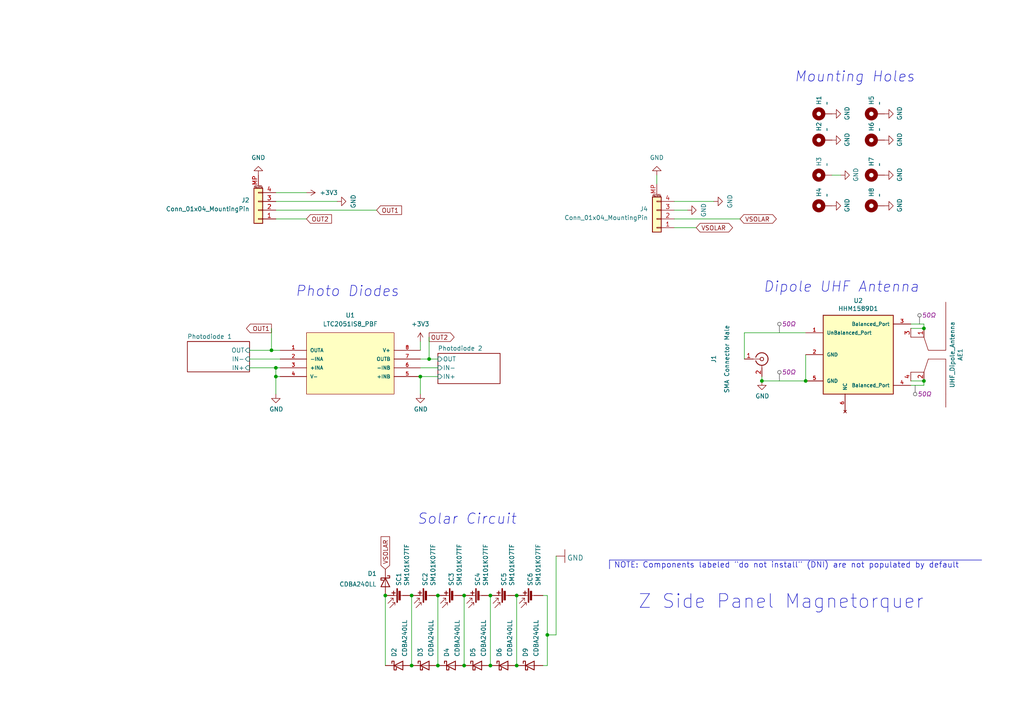
<source format=kicad_sch>
(kicad_sch (version 20230121) (generator eeschema)
  (paper "A4")
  (lib_symbols
    (symbol "Connector:Conn_Coaxial" (pin_names (offset 1.016) hide)
      (property "Reference" "J" (at 0.254 3.048 0))
      (property "Value" "Conn_Coaxial" (at 2.921 0 90))
      (symbol "Conn_Coaxial_0_1"
        (arc (start -1.778 -0.508) (mid 0.2311 -1.8066) (end 1.778 0) (stroke (width 0.254)))
        (polyline (pts (xy -2.54 0) (xy -0.508 0)))
        (polyline (pts (xy 0 -2.54) (xy 0 -1.778)))
        (circle (center 0 0) (radius 0.508) (stroke (width 0.2032)))
        (arc (start 1.778 0) (mid 0.2099 1.8101) (end -1.778 0.508) (stroke (width 0.254)))
      )
      (symbol "Conn_Coaxial_1_1"
        (pin passive line (at -5.08 0 0) (length 2.54) (name "In") (number "1"))
        (pin passive line (at 0 -5.08 90) (length 2.54) (name "Ext") (number "2"))
      )
    )
    (symbol "Connector_Generic_MountingPin:Conn_01x04_MountingPin" (pin_names (offset 1.016) hide)
      (property "Reference" "J" (at 0 5.08 0))
      (property "Value" "Conn_01x04_MountingPin" (at 1.27 -7.62 0))
      (symbol "Conn_01x04_MountingPin_1_1"
        (rectangle (start -1.27 -4.953) (end 0 -5.207) (stroke (width 0.1524)))
        (rectangle (start -1.27 -2.413) (end 0 -2.667) (stroke (width 0.1524)))
        (rectangle (start -1.27 0.127) (end 0 -0.127) (stroke (width 0.1524)))
        (rectangle (start -1.27 2.667) (end 0 2.413) (stroke (width 0.1524)))
        (rectangle (start -1.27 3.81) (end 1.27 -6.35) (stroke (width 0.254)) (fill (type background)))
        (polyline (pts (xy -1.016 -7.112) (xy 1.016 -7.112)) (stroke (width 0.1524)))
        (text "Mounting" (at 0 -6.731 0) (effects (font (size 0.381 0.381))))
        (pin passive line (at -5.08 2.54 0) (length 3.81) (name "Pin_1") (number "1"))
        (pin passive line (at -5.08 0 0) (length 3.81) (name "Pin_2") (number "2"))
        (pin passive line (at -5.08 -2.54 0) (length 3.81) (name "Pin_3") (number "3"))
        (pin passive line (at -5.08 -5.08 0) (length 3.81) (name "Pin_4") (number "4"))
        (pin passive line (at 0 -10.16 90) (length 3.048) (name "MountPin") (number "MP"))
      )
    )
    (symbol "Mechanical:MountingHole_Pad" (pin_numbers hide) (pin_names (offset 1.016) hide)
      (property "Reference" "H" (at 0 6.35 0))
      (property "Value" "MountingHole_Pad" (at 0 4.445 0))
      (symbol "MountingHole_Pad_0_1"
        (circle (center 0 1.27) (radius 1.27) (stroke (width 1.27)))
      )
      (symbol "MountingHole_Pad_1_1"
        (pin input line (at 0 -2.54 90) (length 2.54) (name "1") (number "1"))
      )
    )
    (symbol "mainboard:GND" (power) (pin_names (offset 1.016))
      (property "Value" "GND" (at -2.54 -2.54 0))
      (symbol "GND_1_0"
        (polyline (pts (xy -1.905 0) (xy 1.905 0)))
        (pin power_in line (at 0 2.54 270) (length 2.54) (name "GND") (number "1"))
      )
    )
    (symbol "power:+3V3" (power) (pin_names (offset 0))
      (property "Value" "+3V3" (at 0 3.556 0))
      (symbol "+3V3_0_1"
        (polyline (pts (xy -0.762 1.27) (xy 0 2.54)))
        (polyline (pts (xy 0 0) (xy 0 2.54)))
        (polyline (pts (xy 0 2.54) (xy 0.762 1.27)))
      )
      (symbol "+3V3_1_1"
        (pin power_in line (at 0 0 90) (length 0) hide (name "+3V3") (number "1"))
      )
    )
    (symbol "power:GND" (power) (pin_names (offset 0))
      (property "Value" "GND" (at 0 -3.81 0))
      (symbol "GND_0_1"
        (polyline (pts (xy 0 0) (xy 0 -1.27) (xy 1.27 -1.27) (xy 0 -2.54) (xy -1.27 -1.27) (xy 0 -1.27)))
      )
      (symbol "GND_1_1"
        (pin power_in line (at 0 0 270) (length 0) hide (name "GND") (number "1"))
      )
    )
    (symbol "sidepanels:CDBA240LL-HF" (pin_numbers hide) (pin_names (offset 1.016) hide)
      (property "Reference" "D" (at 0 2.54 0))
      (property "Value" "CDBA240LL-HF" (at 0 -2.54 0))
      (symbol "CDBA240LL-HF_0_1"
        (polyline (pts (xy 1.27 0) (xy -1.27 0)))
        (polyline (pts (xy 1.27 1.27) (xy 1.27 -1.27) (xy -1.27 0) (xy 1.27 1.27)) (stroke (width 0.254)))
        (polyline (pts (xy -1.905 0.635) (xy -1.905 1.27) (xy -1.27 1.27) (xy -1.27 -1.27) (xy -0.635 -1.27) (xy -0.635 -0.635)) (stroke (width 0.254)))
      )
      (symbol "CDBA240LL-HF_1_1"
        (pin passive line (at -3.81 0 0) (length 2.54) (name "K") (number "1"))
        (pin passive line (at 3.81 0 180) (length 2.54) (name "A") (number "2"))
      )
    )
    (symbol "sidepanels:HHM1589D1" (pin_names (offset 1.016))
      (property "Reference" "U" (at 0 0 0))
      (property "Value" "HHM1589D1" (at 0 2.54 0))
      (symbol "HHM1589D1_1_1"
        (rectangle (start -10.16 -25.4) (end 10.16 -2.54) (stroke (width 0.254)) (fill (type background)))
        (pin bidirectional line (at -15.24 -7.62 0) (length 5.08) (name "UnBalanced_Port") (number "1"))
        (pin power_in line (at -15.24 -13.97 0) (length 5.08) (name "GND") (number "2"))
        (pin bidirectional line (at 15.24 -5.08 180) (length 5.08) (name "Balanced_Port") (number "3"))
        (pin bidirectional line (at 15.24 -22.86 180) (length 5.08) (name "Balanced_Port") (number "4"))
        (pin power_in line (at -15.24 -21.59 0) (length 5.08) (name "GND") (number "5"))
        (pin no_connect line (at -3.81 -30.48 90) (length 5.08) (name "NC") (number "6"))
      )
    )
    (symbol "sidepanels:LTC2051IS8_PBF" (pin_names (offset 1.016))
      (property "Reference" "U2" (at 20.32 10.16 0))
      (property "Value" "LTC2051IS8_PBF" (at 20.32 7.62 0))
      (symbol "LTC2051IS8_PBF_0_0"
        (rectangle (start 7.62 5.08) (end 33.02 -12.7) (stroke (width 0.1524)) (fill (type background)))
        (pin output line (at 0 0 0) (length 7.62) (name "OUTA") (number "1"))
        (pin input line (at 0 -2.54 0) (length 7.62) (name "-INA") (number "2"))
        (pin input line (at 0 -5.08 0) (length 7.62) (name "+INA") (number "3"))
        (pin power_in line (at 0 -7.62 0) (length 7.62) (name "V-") (number "4"))
        (pin input line (at 40.64 -7.62 180) (length 7.62) (name "+INB") (number "5"))
        (pin input line (at 40.64 -5.08 180) (length 7.62) (name "-INB") (number "6"))
        (pin output line (at 40.64 -2.54 180) (length 7.62) (name "OUTB") (number "7"))
        (pin power_in line (at 40.64 0 180) (length 7.62) (name "V+") (number "8"))
      )
    )
    (symbol "sidepanels:SM101K07TF" (pin_numbers hide) (pin_names (offset 0) hide)
      (property "Reference" "SC" (at 2.54 2.54 0))
      (property "Value" "SM101K07TF" (at 2.54 0 0))
      (symbol "SM101K07TF_0_1"
        (rectangle (start -2.032 1.778) (end 2.032 1.524) (fill (type outline)))
        (rectangle (start -1.3208 1.1938) (end 1.27 0.6858) (fill (type outline)))
        (polyline (pts (xy -2.032 2.286) (xy -3.556 3.81)))
        (polyline (pts (xy -0.762 2.794) (xy -2.286 4.318)))
        (polyline (pts (xy 0 0.762) (xy 0 0)))
        (polyline (pts (xy 0 1.778) (xy 0 2.54)))
        (polyline (pts (xy 0.254 2.667) (xy 1.27 2.667)) (stroke (width 0.254)))
        (polyline (pts (xy 0.762 3.175) (xy 0.762 2.159)) (stroke (width 0.254)))
        (polyline (pts (xy -2.032 3.048) (xy -2.032 2.286) (xy -2.794 2.286)))
        (polyline (pts (xy -0.762 3.556) (xy -0.762 2.794) (xy -1.524 2.794)))
      )
      (symbol "SM101K07TF_1_1"
        (pin passive line (at 0 5.08 270) (length 2.54) (name "+") (number "1"))
        (pin passive line (at 0 -2.54 90) (length 2.54) (name "-") (number "2"))
      )
    )
    (symbol "sidepanels:UHF_Dipole_Antenna" (pin_names (offset 1.016))
      (property "Reference" "AE1" (at 0 5.461 0))
      (property "Value" "UHF_Dipole_Antenna" (at 0 3.1496 0))
      (symbol "UHF_Dipole_Antenna_0_1"
        (polyline (pts (xy -5.08 -8.89) (xy -5.08 -5.08)))
        (polyline (pts (xy 1.27 -3.81) (xy 5.08 -5.08)))
        (polyline (pts (xy 5.08 -8.89) (xy 5.08 -5.08)))
        (polyline (pts (xy 11.43 1.27) (xy 13.97 1.27)))
        (polyline (pts (xy 13.97 1.27) (xy 15.24 1.27)))
        (polyline (pts (xy 1.27 -3.81) (xy 1.27 1.27) (xy 11.43 1.27)))
        (polyline (pts (xy -15.24 1.27) (xy -1.27 1.27) (xy -1.27 -3.81) (xy -5.08 -5.08)))
      )
      (symbol "UHF_Dipole_Antenna_1_1"
        (pin passive line (at -7.62 -5.08 0) (length 2.54) (name "~") (number "1"))
        (pin passive line (at 7.62 -5.08 180) (length 2.54) (name "~") (number "2"))
        (pin passive line (at -7.62 -8.89 0) (length 2.54) (name "") (number "3"))
        (pin passive line (at 7.62 -8.89 180) (length 2.54) (name "") (number "4"))
      )
    )
  )
  (junction (at 267.97 110.49))
  (junction (at 80.01 106.68))
  (junction (at 119.38 172.72))
  (junction (at 80.01 109.22))
  (junction (at 127 193.04))
  (junction (at 134.62 193.04))
  (junction (at 78.74 101.6))
  (junction (at 134.62 172.72))
  (junction (at 124.46 104.14))
  (junction (at 220.98 110.49))
  (junction (at 119.38 193.04))
  (junction (at 127 172.72))
  (junction (at 233.68 110.49))
  (junction (at 111.76 172.72))
  (junction (at 142.24 193.04))
  (junction (at 267.97 95.25))
  (junction (at 149.86 172.72))
  (junction (at 142.24 172.72))
  (junction (at 149.86 193.04))
  (junction (at 158.75 184.15))
  (junction (at 121.92 109.22))
  (wire (pts (xy 121.92 99.06) (xy 121.92 101.6)))
  (wire (pts (xy 80.01 63.5) (xy 88.9 63.5)))
  (wire (pts (xy 220.98 109.22) (xy 220.98 110.49)))
  (wire (pts (xy 158.75 184.15) (xy 158.75 193.04)))
  (wire (pts (xy 124.46 104.14) (xy 127 104.14)))
  (wire (pts (xy 78.74 101.6) (xy 81.28 101.6)))
  (wire (pts (xy 124.46 97.79) (xy 124.46 104.14)))
  (wire (pts (xy 80.01 58.42) (xy 97.79 58.42)))
  (wire (pts (xy 241.3 50.8) (xy 243.84 50.8)))
  (wire (pts (xy 157.48 172.72) (xy 158.75 172.72)))
  (wire (pts (xy 121.92 106.68) (xy 127 106.68)))
  (wire (pts (xy 264.16 95.25) (xy 267.97 95.25)))
  (wire (pts (xy 190.5 50.8) (xy 190.5 53.34)))
  (wire (pts (xy 157.48 193.04) (xy 158.75 193.04)))
  (wire (pts (xy 195.58 60.96) (xy 199.39 60.96)))
  (wire (pts (xy 111.76 172.72) (xy 111.76 193.04)))
  (wire (pts (xy 267.97 111.76) (xy 267.97 110.49)))
  (polyline (pts (xy 176.784 162.433) (xy 284.734 162.433)))
  (wire (pts (xy 72.39 106.68) (xy 80.01 106.68)))
  (wire (pts (xy 121.92 104.14) (xy 124.46 104.14)))
  (wire (pts (xy 161.29 184.15) (xy 161.29 161.29)))
  (wire (pts (xy 267.97 93.98) (xy 267.97 95.25)))
  (wire (pts (xy 195.58 63.5) (xy 214.63 63.5)))
  (wire (pts (xy 149.86 172.72) (xy 149.86 193.04)))
  (wire (pts (xy 233.68 110.49) (xy 233.68 102.87)))
  (wire (pts (xy 264.16 111.76) (xy 267.97 111.76)))
  (wire (pts (xy 78.74 95.25) (xy 78.74 101.6)))
  (wire (pts (xy 134.62 172.72) (xy 134.62 193.04)))
  (wire (pts (xy 127 172.72) (xy 127 193.04)))
  (wire (pts (xy 121.92 109.22) (xy 127 109.22)))
  (wire (pts (xy 264.16 93.98) (xy 267.97 93.98)))
  (wire (pts (xy 80.01 55.88) (xy 88.9 55.88)))
  (wire (pts (xy 195.58 66.04) (xy 201.93 66.04)))
  (wire (pts (xy 121.92 109.22) (xy 121.92 114.3)))
  (wire (pts (xy 72.39 101.6) (xy 78.74 101.6)))
  (wire (pts (xy 80.01 109.22) (xy 80.01 114.3)))
  (wire (pts (xy 119.38 172.72) (xy 119.38 193.04)))
  (wire (pts (xy 220.98 110.49) (xy 233.68 110.49)))
  (wire (pts (xy 158.75 184.15) (xy 158.75 172.72)))
  (wire (pts (xy 80.01 106.68) (xy 80.01 109.22)))
  (wire (pts (xy 80.01 60.96) (xy 109.22 60.96)))
  (wire (pts (xy 264.16 110.49) (xy 267.97 110.49)))
  (wire (pts (xy 195.58 58.42) (xy 207.01 58.42)))
  (wire (pts (xy 233.68 96.52) (xy 215.9 96.52)))
  (wire (pts (xy 215.9 104.14) (xy 215.9 96.52)))
  (wire (pts (xy 158.75 184.15) (xy 161.29 184.15)))
  (wire (pts (xy 80.01 109.22) (xy 81.28 109.22)))
  (wire (pts (xy 80.01 106.68) (xy 81.28 106.68)))
  (wire (pts (xy 142.24 172.72) (xy 142.24 193.04)))
  (polyline (pts (xy 176.784 164.973) (xy 176.784 162.433)))
  (wire (pts (xy 72.39 104.14) (xy 81.28 104.14)))
  (text "NOTE: Components labeled \"do not install\" (DNI) are not populated by default" (at 178.054 164.973 0) (effects (font (size 1.651 1.651)) (justify left bottom)))
  (text "Solar Circuit" (at 149.86 152.4 0) (effects (font (size 3 3) italic) (justify right bottom)))
  (text "Z Side Panel Magnetorquer" (at 185.039 176.911 0) (effects (font (size 4 4)) (justify left bottom)))
  (text "Photo Diodes " (at 118.11 86.36 0) (effects (font (size 3 3) italic) (justify right bottom)))
  (text "Dipole UHF Antenna" (at 266.7 85.09 0) (effects (font (size 3 3) italic) (justify right bottom)))
  (text "Mounting Holes" (at 265.43 24.13 0) (effects (font (size 3 3) italic) (justify right bottom)))
  (global_label "OUT2" (shape output) (at 124.46 97.79 0) (property "Intersheetrefs" "${INTERSHEET_REFS}" (effects hide)))
  (global_label "VSOLAR" (shape input) (at 111.76 165.1 90) (property "Intersheetrefs" "${INTERSHEET_REFS}" (effects hide)))
  (global_label "VSOLAR" (shape bidirectional) (at 201.93 66.04 0) (property "Intersheetrefs" "${INTERSHEET_REFS}" (effects hide)))
  (global_label "OUT1" (shape input) (at 109.22 60.96 0) (property "Intersheetrefs" "${INTERSHEET_REFS}" (effects hide)))
  (global_label "OUT1" (shape output) (at 78.74 95.25 180) (property "Intersheetrefs" "${INTERSHEET_REFS}" (effects hide)))
  (global_label "OUT2" (shape input) (at 88.9 63.5 0) (property "Intersheetrefs" "${INTERSHEET_REFS}" (effects hide)))
  (global_label "VSOLAR" (shape bidirectional) (at 214.63 63.5 0) (property "Intersheetrefs" "${INTERSHEET_REFS}" (effects hide)))
  (netclass_flag "" (length 2.54) (shape round) (at 226.06 96.52 0) (property "Netclass" "50Ω" (at 226.7585 93.98 0) (effects (font italic) (justify left))))
  (netclass_flag "" (length 2.54) (shape round) (at 226.06 110.49 0) (property "Netclass" "50Ω" (at 226.7585 107.95 0) (effects (font italic) (justify left))))
  (netclass_flag "" (length 2.54) (shape round) (at 266.7 93.98 0) (property "Netclass" "50Ω" (at 267.3985 91.44 0) (effects (font italic) (justify left))))
  (netclass_flag "" (length 2.54) (shape round) (at 265.43 111.76 180) (property "Netclass" "50Ω" (at 266.1285 114.3 0) (effects (font italic) (justify left))))
  (symbol (lib_id "Mechanical:MountingHole_Pad") (at 238.76 40.64 90) (unit 1) (in_bom no)
    (property "Reference" "H2" (at 237.5154 38.1 0) (effects (justify left)))
    (property "Value" "~" (at 239.8268 38.1 0) (effects (justify left)))
    (property "Footprint" "MountingHole:MountingHole_2.2mm_M2_DIN965_Pad_TopBottom" (effects hide))
  )
  (symbol (lib_id "sidepanels:SM101K07TF") (at 132.08 172.72 90) (unit 1)
    (property "Reference" "SC3" (at 130.9116 169.9768 0) (effects (justify left)))
    (property "Value" "SM101K07TF" (at 133.223 169.9768 0) (effects (justify left)))
    (property "Footprint" "panels:SM101K07TF" (effects hide))
  )
  (symbol (lib_id "sidepanels:CDBA240LL-HF") (at 111.76 168.91 270) (unit 1)
    (property "Reference" "D1" (at 107.95 166.37 90))
    (property "Value" "CDBA240LL" (at 109.22 170.18 90) (effects (justify right bottom)))
    (property "Footprint" "panels:DO-214AC" (effects hide))
  )
  (symbol (lib_id "sidepanels:SM101K07TF") (at 139.7 172.72 90) (unit 1)
    (property "Reference" "SC4" (at 138.5316 169.9768 0) (effects (justify left)))
    (property "Value" "SM101K07TF" (at 140.843 169.9768 0) (effects (justify left)))
    (property "Footprint" "panels:SM101K07TF" (effects hide))
  )
  (symbol (lib_id "power:GND") (at 121.92 114.3 0) (unit 1)
    (property "Reference" "#PWR03" (effects hide))
    (property "Value" "~" (at 122.047 118.6942 0))
  )
  (symbol (lib_id "power:GND") (at 74.93 50.8 180) (unit 1)
    (property "Reference" "#PWR018" (effects hide))
    (property "Value" "GND" (at 74.93 45.72 0))
  )
  (symbol (lib_id "Connector_Generic_MountingPin:Conn_01x04_MountingPin") (at 190.5 63.5 180) (unit 1)
    (property "Reference" "J4" (at 187.96 60.6044 0) (effects (justify left)))
    (property "Value" "Conn_01x04_MountingPin" (at 187.96 63.1444 0) (effects (justify left)))
    (property "Footprint" "panels:CON_2053380004" (effects hide))
  )
  (symbol (lib_id "power:GND") (at 97.79 58.42 90) (unit 1)
    (property "Reference" "#PWR014" (effects hide))
    (property "Value" "GND" (at 102.489 58.42 0))
  )
  (symbol (lib_id "Connector_Generic_MountingPin:Conn_01x04_MountingPin") (at 74.93 60.96 180) (unit 1)
    (property "Reference" "J2" (at 72.39 58.0644 0) (effects (justify left)))
    (property "Value" "Conn_01x04_MountingPin" (at 72.39 60.6044 0) (effects (justify left)))
    (property "Footprint" "panels:CON_2053380004" (effects hide))
  )
  (symbol (lib_id "Mechanical:MountingHole_Pad") (at 238.76 33.02 90) (unit 1) (in_bom no)
    (property "Reference" "H1" (at 237.5154 30.48 0) (effects (justify left)))
    (property "Value" "~" (at 239.8268 30.48 0) (effects (justify left)))
    (property "Footprint" "MountingHole:MountingHole_2.2mm_M2_DIN965_Pad_TopBottom" (effects hide))
  )
  (symbol (lib_id "power:GND") (at 241.3 40.64 90) (unit 1)
    (property "Reference" "#PWR06" (effects hide))
    (property "Value" "~" (at 245.6942 40.513 0))
  )
  (symbol (lib_id "power:GND") (at 256.54 59.69 90) (unit 1)
    (property "Reference" "#PWR012" (effects hide))
    (property "Value" "~" (at 260.9342 59.563 0))
  )
  (symbol (lib_id "sidepanels:CDBA240LL-HF") (at 123.19 193.04 0) (unit 1)
    (property "Reference" "D3" (at 121.92 189.23 90))
    (property "Value" "CDBA240LL" (at 125.73 179.705 90) (effects (justify right bottom)))
    (property "Footprint" "panels:DO-214AC" (effects hide))
  )
  (symbol (lib_id "power:GND") (at 80.01 114.3 0) (unit 1)
    (property "Reference" "#PWR01" (effects hide))
    (property "Value" "~" (at 80.137 118.6942 0))
  )
  (symbol (lib_id "Mechanical:MountingHole_Pad") (at 254 59.69 90) (unit 1) (in_bom no)
    (property "Reference" "H8" (at 252.7554 57.15 0) (effects (justify left)))
    (property "Value" "~" (at 255.0668 57.15 0) (effects (justify left)))
    (property "Footprint" "MountingHole:MountingHole_2.2mm_M2_DIN965_Pad_TopBottom" (effects hide))
  )
  (symbol (lib_id "Mechanical:MountingHole_Pad") (at 254 33.02 90) (unit 1) (in_bom no)
    (property "Reference" "H5" (at 252.7554 30.48 0) (effects (justify left)))
    (property "Value" "~" (at 255.0668 30.48 0) (effects (justify left)))
    (property "Footprint" "MountingHole:MountingHole_2.2mm_M2_DIN965_Pad_TopBottom" (effects hide))
  )
  (symbol (lib_id "sidepanels:CDBA240LL-HF") (at 153.67 193.04 0) (unit 1)
    (property "Reference" "D9" (at 152.4 189.23 90))
    (property "Value" "CDBA240LL" (at 156.21 179.705 90) (effects (justify right bottom)))
    (property "Footprint" "panels:DO-214AC" (effects hide))
  )
  (symbol (lib_id "power:GND") (at 241.3 59.69 90) (unit 1)
    (property "Reference" "#PWR07" (effects hide))
    (property "Value" "~" (at 245.6942 59.563 0))
  )
  (symbol (lib_id "power:GND") (at 256.54 33.02 90) (unit 1)
    (property "Reference" "#PWR09" (effects hide))
    (property "Value" "~" (at 260.9342 32.893 0))
  )
  (symbol (lib_id "power:GND") (at 220.98 110.49 0) (unit 1)
    (property "Reference" "#PWR04" (effects hide))
    (property "Value" "GND" (at 221.107 114.8842 0))
  )
  (symbol (lib_id "mainboard:GND") (at 163.83 161.29 90) (unit 1)
    (property "Reference" "#GND01" (effects hide))
    (property "Value" "GND" (at 164.465 161.8018 90) (effects (font (size 1.4986 1.4986)) (justify right)))
  )
  (symbol (lib_id "power:GND") (at 199.39 60.96 90) (unit 1)
    (property "Reference" "#PWR015" (effects hide))
    (property "Value" "GND" (at 204.089 60.96 0))
  )
  (symbol (lib_id "Mechanical:MountingHole_Pad") (at 254 50.8 90) (unit 1) (in_bom no)
    (property "Reference" "H7" (at 252.7554 48.26 0) (effects (justify left)))
    (property "Value" "~" (at 255.0668 48.26 0) (effects (justify left)))
    (property "Footprint" "MountingHole:MountingHole_2.2mm_M2_DIN965_Pad_TopBottom" (effects hide))
  )
  (symbol (lib_id "sidepanels:SM101K07TF") (at 116.84 172.72 90) (unit 1)
    (property "Reference" "SC1" (at 115.6716 169.9768 0) (effects (justify left)))
    (property "Value" "SM101K07TF" (at 117.983 169.9768 0) (effects (justify left)))
    (property "Footprint" "panels:SM101K07TF" (effects hide))
  )
  (symbol (lib_id "power:GND") (at 241.3 33.02 90) (unit 1)
    (property "Reference" "#PWR05" (effects hide))
    (property "Value" "~" (at 245.6942 32.893 0))
  )
  (symbol (lib_id "sidepanels:SM101K07TF") (at 124.46 172.72 90) (unit 1)
    (property "Reference" "SC2" (at 123.2916 169.9768 0) (effects (justify left)))
    (property "Value" "SM101K07TF" (at 125.603 169.9768 0) (effects (justify left)))
    (property "Footprint" "panels:SM101K07TF" (effects hide))
  )
  (symbol (lib_id "sidepanels:CDBA240LL-HF") (at 138.43 193.04 0) (unit 1)
    (property "Reference" "D5" (at 137.16 189.23 90))
    (property "Value" "CDBA240LL" (at 140.97 179.705 90) (effects (justify right bottom)))
    (property "Footprint" "panels:DO-214AC" (effects hide))
  )
  (symbol (lib_id "Mechanical:MountingHole_Pad") (at 238.76 59.69 90) (unit 1) (in_bom no)
    (property "Reference" "H4" (at 237.5154 57.15 0) (effects (justify left)))
    (property "Value" "~" (at 239.8268 57.15 0) (effects (justify left)))
    (property "Footprint" "MountingHole:MountingHole_2.2mm_M2_DIN965_Pad_TopBottom" (effects hide))
  )
  (symbol (lib_id "Connector:Conn_Coaxial") (at 220.98 104.14 0) (unit 1)
    (property "Reference" "J1" (at 207.01 104.14 90))
    (property "Value" "SMA Connector Male" (at 210.82 104.14 90))
    (property "Footprint" "panels:SMA_Amphenol_901-144_Vertical" (effects hide))
    (property "Datasheet" " ~" (effects hide))
  )
  (symbol (lib_id "power:GND") (at 190.5 50.8 180) (unit 1)
    (property "Reference" "#PWR017" (effects hide))
    (property "Value" "GND" (at 190.5 45.72 0))
  )
  (symbol (lib_id "sidepanels:SM101K07TF") (at 147.32 172.72 90) (unit 1)
    (property "Reference" "SC5" (at 146.1516 169.9768 0) (effects (justify left)))
    (property "Value" "SM101K07TF" (at 148.463 169.9768 0) (effects (justify left)))
    (property "Footprint" "panels:SM101K07TF" (effects hide))
  )
  (symbol (lib_id "sidepanels:SM101K07TF") (at 154.94 172.72 90) (unit 1)
    (property "Reference" "SC6" (at 153.7716 169.9768 0) (effects (justify left)))
    (property "Value" "SM101K07TF" (at 156.083 169.9768 0) (effects (justify left)))
    (property "Footprint" "panels:SM101K07TF" (effects hide))
  )
  (symbol (lib_id "power:GND") (at 243.84 50.8 90) (unit 1)
    (property "Reference" "#PWR08" (effects hide))
    (property "Value" "~" (at 248.2342 50.673 0))
  )
  (symbol (lib_id "sidepanels:UHF_Dipole_Antenna") (at 273.05 102.87 270) (unit 1)
    (property "Reference" "AE1" (at 278.511 102.87 0))
    (property "Value" "UHF_Dipole_Antenna" (at 276.1996 102.87 0))
    (property "Footprint" "panels:UHF_Dipole_Antenna_Mount" (effects hide))
  )
  (symbol (lib_id "sidepanels:LTC2051IS8_PBF") (at 81.28 101.6 0) (unit 1)
    (property "Reference" "U1" (at 101.6 91.44 0))
    (property "Value" "LTC2051IS8_PBF" (at 101.6 93.98 0))
    (property "Footprint" "panels:LTC2051HS8#PBF" (effects hide))
    (property "MF" "Analog Devices" (effects hide))
    (property "VENDOR" "Linear Technology" (effects hide))
    (property "Description" "\nChopper (Zero-Drift) Amplifier 2 Circuit Rail-to-Rail 8-SO\n" (effects hide))
    (property "Package" "SO-8 Linear Technology" (effects hide))
    (property "Price" "None" (effects hide))
    (property "Check_prices" "https://www.snapeda.com/parts/LTC2051IS8%23PBF/Analog+Devices/view-part/?ref=eda" (effects hide))
    (property "SnapEDA_Link" "https://www.snapeda.com/parts/LTC2051IS8%23PBF/Analog+Devices/view-part/?ref=snap" (effects hide))
    (property "MP" "LTC2051IS8#PBF" (effects hide))
    (property "Purchase-URL" "https://www.snapeda.com/api/url_track_click_mouser/?unipart_id=618863&manufacturer=Analog Devices&part_name=LTC2051IS8#PBF&search_term=None" (effects hide))
    (property "Availability" "In Stock" (effects hide))
    (property "MANUFACTURER_PART_NUMBER" "ltc2051is8" (effects hide))
  )
  (symbol (lib_id "sidepanels:CDBA240LL-HF") (at 115.57 193.04 0) (unit 1)
    (property "Reference" "D2" (at 114.3 189.23 90))
    (property "Value" "CDBA240LL" (at 118.11 179.705 90) (effects (justify right bottom)))
    (property "Footprint" "panels:DO-214AC" (effects hide))
  )
  (symbol (lib_id "Mechanical:MountingHole_Pad") (at 254 40.64 90) (unit 1) (in_bom no)
    (property "Reference" "H6" (at 252.7554 38.1 0) (effects (justify left)))
    (property "Value" "~" (at 255.0668 38.1 0) (effects (justify left)))
    (property "Footprint" "MountingHole:MountingHole_2.2mm_M2_DIN965_Pad_TopBottom" (effects hide))
  )
  (symbol (lib_id "power:+3V3") (at 88.9 55.88 270) (unit 1)
    (property "Reference" "#PWR013" (effects hide))
    (property "Value" "+3V3" (at 92.71 55.88 90) (effects (justify left)))
  )
  (symbol (lib_id "Mechanical:MountingHole_Pad") (at 238.76 50.8 90) (unit 1) (in_bom no)
    (property "Reference" "H3" (at 237.5154 48.26 0) (effects (justify left)))
    (property "Value" "~" (at 239.8268 48.26 0) (effects (justify left)))
    (property "Footprint" "MountingHole:MountingHole_2.2mm_M2_DIN965_Pad_TopBottom" (effects hide))
  )
  (symbol (lib_id "power:+3V3") (at 121.92 99.06 0) (unit 1)
    (property "Reference" "#PWR02" (effects hide))
    (property "Value" "+3V3" (at 121.92 93.98 0))
  )
  (symbol (lib_id "sidepanels:HHM1589D1") (at 248.92 88.9 0) (unit 1)
    (property "Reference" "U2" (at 248.92 87.1982 0))
    (property "Value" "HHM1589D1" (at 248.92 89.5096 0))
    (property "Footprint" "panels:HHM1589D1" (effects hide))
    (property "Datasheet" "https://product.tdk.com/en/system/files?file=dam/doc/product/rf/rf/balun/catalog/rf_balun_hhm1589d1_en.pdf" (effects hide))
  )
  (symbol (lib_id "power:GND") (at 256.54 50.8 90) (unit 1)
    (property "Reference" "#PWR011" (effects hide))
    (property "Value" "~" (at 260.9342 50.673 0))
  )
  (symbol (lib_id "power:GND") (at 207.01 58.42 90) (unit 1)
    (property "Reference" "#PWR016" (effects hide))
    (property "Value" "GND" (at 211.709 58.42 0))
  )
  (symbol (lib_id "sidepanels:CDBA240LL-HF") (at 130.81 193.04 0) (unit 1)
    (property "Reference" "D4" (at 129.54 189.23 90))
    (property "Value" "CDBA240LL" (at 133.35 179.705 90) (effects (justify right bottom)))
    (property "Footprint" "panels:DO-214AC" (effects hide))
  )
  (symbol (lib_id "power:GND") (at 256.54 40.64 90) (unit 1)
    (property "Reference" "#PWR010" (effects hide))
    (property "Value" "~" (at 260.9342 40.513 0))
  )
  (symbol (lib_id "sidepanels:CDBA240LL-HF") (at 146.05 193.04 0) (unit 1)
    (property "Reference" "D6" (at 144.78 189.23 90))
    (property "Value" "CDBA240LL" (at 148.59 179.705 90) (effects (justify right bottom)))
    (property "Footprint" "panels:DO-214AC" (effects hide))
  )
  (sheet (at 127 102.489) (size 18.0594 8.7884) (stroke (width 0.1524))
    (property "Sheetname" "Photodiode 2" (at 127 101.7774 0) (effects (justify left bottom)))
    (property "Sheetfile" "smol.kicad_sch" (effects hide))
    (pin "IN+" input (at 127 109.22 180))
    (pin "IN-" input (at 127 106.68 180))
    (pin "OUT" input (at 127 104.14 180))
  )
  (sheet (at 54.3306 99.06) (size 18.0594 8.7884) (stroke (width 0.1524))
    (property "Sheetname" "Photodiode 1" (at 54.3306 98.3484 0) (effects (justify left bottom)))
    (property "Sheetfile" "smol.kicad_sch" (effects hide))
    (pin "IN+" input (at 72.39 106.68 0))
    (pin "IN-" input (at 72.39 104.14 0))
    (pin "OUT" input (at 72.39 101.6 0))
  )
)
</source>
